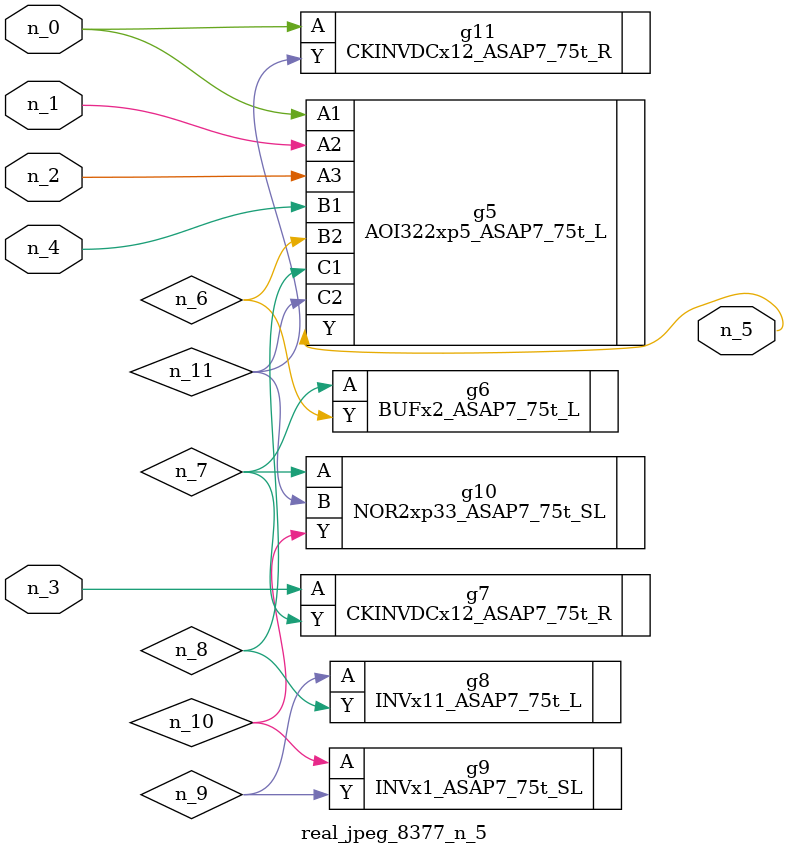
<source format=v>
module real_jpeg_8377_n_5 (n_4, n_0, n_1, n_2, n_3, n_5);

input n_4;
input n_0;
input n_1;
input n_2;
input n_3;

output n_5;

wire n_8;
wire n_11;
wire n_6;
wire n_7;
wire n_10;
wire n_9;

AOI322xp5_ASAP7_75t_L g5 ( 
.A1(n_0),
.A2(n_1),
.A3(n_2),
.B1(n_4),
.B2(n_6),
.C1(n_8),
.C2(n_11),
.Y(n_5)
);

CKINVDCx12_ASAP7_75t_R g11 ( 
.A(n_0),
.Y(n_11)
);

CKINVDCx12_ASAP7_75t_R g7 ( 
.A(n_3),
.Y(n_7)
);

BUFx2_ASAP7_75t_L g6 ( 
.A(n_7),
.Y(n_6)
);

NOR2xp33_ASAP7_75t_SL g10 ( 
.A(n_7),
.B(n_11),
.Y(n_10)
);

INVx11_ASAP7_75t_L g8 ( 
.A(n_9),
.Y(n_8)
);

INVx1_ASAP7_75t_SL g9 ( 
.A(n_10),
.Y(n_9)
);


endmodule
</source>
